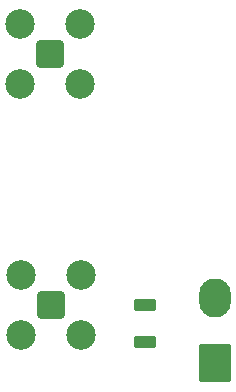
<source format=gbr>
%TF.GenerationSoftware,KiCad,Pcbnew,7.0.1*%
%TF.CreationDate,2023-11-03T16:47:46+00:00*%
%TF.ProjectId,SMA_Kondensator_Tets,534d415f-4b6f-46e6-9465-6e7361746f72,rev?*%
%TF.SameCoordinates,Original*%
%TF.FileFunction,Soldermask,Top*%
%TF.FilePolarity,Negative*%
%FSLAX46Y46*%
G04 Gerber Fmt 4.6, Leading zero omitted, Abs format (unit mm)*
G04 Created by KiCad (PCBNEW 7.0.1) date 2023-11-03 16:47:46*
%MOMM*%
%LPD*%
G01*
G04 APERTURE LIST*
G04 Aperture macros list*
%AMRoundRect*
0 Rectangle with rounded corners*
0 $1 Rounding radius*
0 $2 $3 $4 $5 $6 $7 $8 $9 X,Y pos of 4 corners*
0 Add a 4 corners polygon primitive as box body*
4,1,4,$2,$3,$4,$5,$6,$7,$8,$9,$2,$3,0*
0 Add four circle primitives for the rounded corners*
1,1,$1+$1,$2,$3*
1,1,$1+$1,$4,$5*
1,1,$1+$1,$6,$7*
1,1,$1+$1,$8,$9*
0 Add four rect primitives between the rounded corners*
20,1,$1+$1,$2,$3,$4,$5,0*
20,1,$1+$1,$4,$5,$6,$7,0*
20,1,$1+$1,$6,$7,$8,$9,0*
20,1,$1+$1,$8,$9,$2,$3,0*%
G04 Aperture macros list end*
%ADD10RoundRect,0.200100X0.949900X-0.949900X0.949900X0.949900X-0.949900X0.949900X-0.949900X-0.949900X0*%
%ADD11C,2.500000*%
%ADD12RoundRect,0.250001X1.099999X1.399999X-1.099999X1.399999X-1.099999X-1.399999X1.099999X-1.399999X0*%
%ADD13O,2.700000X3.300000*%
%ADD14RoundRect,0.250000X0.700000X-0.275000X0.700000X0.275000X-0.700000X0.275000X-0.700000X-0.275000X0*%
G04 APERTURE END LIST*
D10*
%TO.C,J2*%
X117620000Y-68430000D03*
D11*
X115080000Y-70970000D03*
X120160000Y-70970000D03*
X115080000Y-65890000D03*
X120160000Y-65890000D03*
%TD*%
D10*
%TO.C,J1*%
X117650000Y-89680000D03*
D11*
X115110000Y-92220000D03*
X120190000Y-92220000D03*
X115110000Y-87140000D03*
X120190000Y-87140000D03*
%TD*%
D12*
%TO.C,J4*%
X131530000Y-94640000D03*
D13*
X131530000Y-89140000D03*
%TD*%
D14*
%TO.C,J3*%
X125660000Y-92845000D03*
X125660000Y-89695000D03*
%TD*%
M02*

</source>
